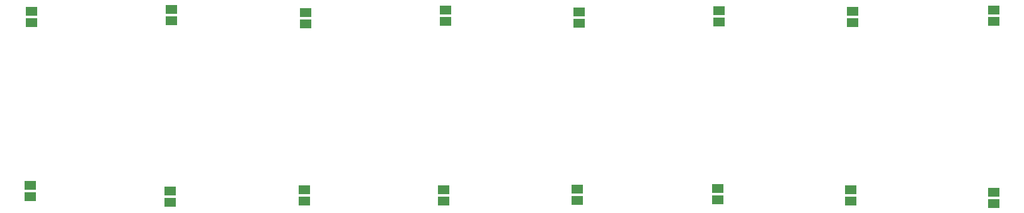
<source format=gbr>
G04 EAGLE Gerber RS-274X export*
G75*
%MOMM*%
%FSLAX34Y34*%
%LPD*%
%INSolderpaste Bottom*%
%IPPOS*%
%AMOC8*
5,1,8,0,0,1.08239X$1,22.5*%
G01*
%ADD10R,1.600200X1.168400*%


D10*
X349250Y270764D03*
X349250Y286004D03*
X537210Y273558D03*
X537210Y288798D03*
X717550Y268986D03*
X717550Y284226D03*
X905002Y272288D03*
X905002Y287528D03*
X1084580Y269494D03*
X1084580Y284734D03*
X1272794Y271272D03*
X1272794Y286512D03*
X1451864Y271018D03*
X1451864Y286258D03*
X347472Y35814D03*
X347472Y51054D03*
X535178Y28702D03*
X535178Y43942D03*
X715772Y30480D03*
X715772Y45720D03*
X902970Y30226D03*
X902970Y45466D03*
X1082294Y31496D03*
X1082294Y46736D03*
X1271270Y31750D03*
X1271270Y46990D03*
X1449832Y30480D03*
X1449832Y45720D03*
X1641754Y26899D03*
X1641754Y42139D03*
X1641551Y272694D03*
X1641551Y287934D03*
M02*

</source>
